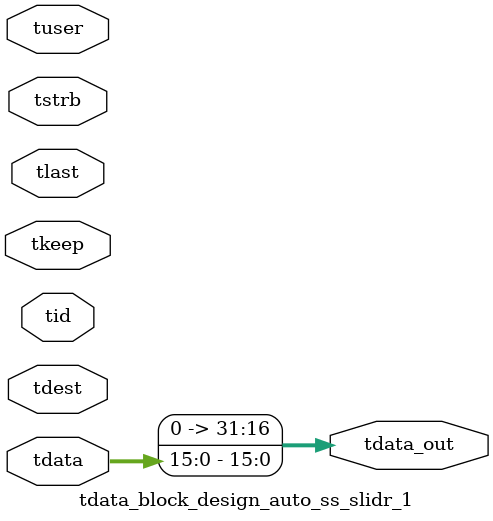
<source format=v>


`timescale 1ps/1ps

module tdata_block_design_auto_ss_slidr_1 #
(
parameter C_S_AXIS_TDATA_WIDTH = 32,
parameter C_S_AXIS_TUSER_WIDTH = 0,
parameter C_S_AXIS_TID_WIDTH   = 0,
parameter C_S_AXIS_TDEST_WIDTH = 0,
parameter C_M_AXIS_TDATA_WIDTH = 32
)
(
input  [(C_S_AXIS_TDATA_WIDTH == 0 ? 1 : C_S_AXIS_TDATA_WIDTH)-1:0     ] tdata,
input  [(C_S_AXIS_TUSER_WIDTH == 0 ? 1 : C_S_AXIS_TUSER_WIDTH)-1:0     ] tuser,
input  [(C_S_AXIS_TID_WIDTH   == 0 ? 1 : C_S_AXIS_TID_WIDTH)-1:0       ] tid,
input  [(C_S_AXIS_TDEST_WIDTH == 0 ? 1 : C_S_AXIS_TDEST_WIDTH)-1:0     ] tdest,
input  [(C_S_AXIS_TDATA_WIDTH/8)-1:0 ] tkeep,
input  [(C_S_AXIS_TDATA_WIDTH/8)-1:0 ] tstrb,
input                                                                    tlast,
output [C_M_AXIS_TDATA_WIDTH-1:0] tdata_out
);

assign tdata_out = {tdata[15:0]};

endmodule


</source>
